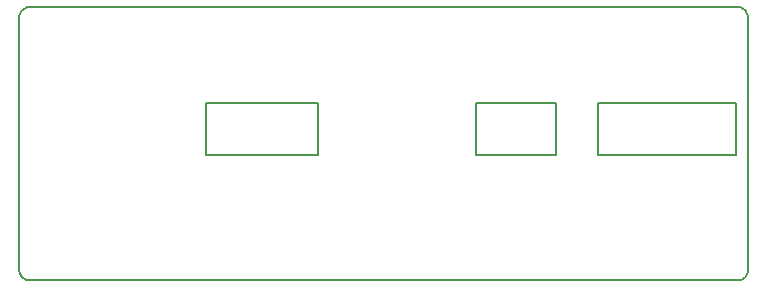
<source format=gko>
G04 DipTrace 3.0.0.2*
G04 Teensy-TC36-Breakout-chip.gko*
%MOIN*%
G04 #@! TF.FileFunction,Profile*
G04 #@! TF.Part,Single*
%ADD11C,0.005512*%
%FSLAX26Y26*%
G04*
G70*
G90*
G75*
G01*
G04 BoardOutline*
%LPD*%
X418701Y393701D2*
D11*
X2798701D1*
G03X2823701Y423701I-10939J34533D01*
G01*
Y1273701D1*
G03X2798701Y1303701I-35939J-4533D01*
G01*
X418701D1*
G03X393701Y1273701I10939J-34533D01*
G01*
Y423701D1*
G03X418701Y393701I35939J4533D01*
G01*
X1016181Y986181D2*
X1391301D1*
Y811181D1*
X1016181D1*
Y986181D1*
X1916181D2*
X2184981D1*
Y811181D1*
X1916181D1*
Y986181D1*
X2322501D2*
X2784981D1*
Y811181D1*
X2322501D1*
Y986181D1*
M02*

</source>
